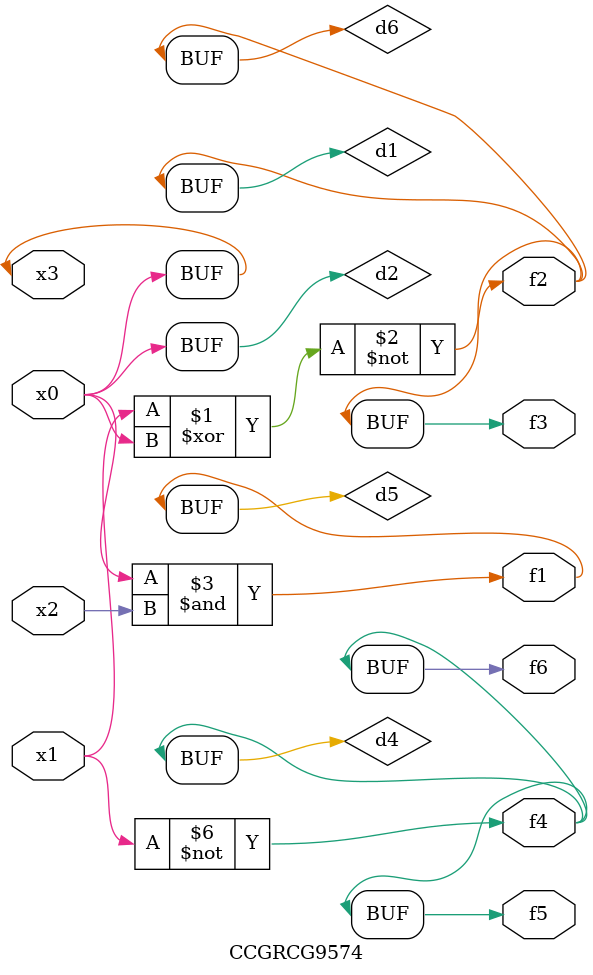
<source format=v>
module CCGRCG9574(
	input x0, x1, x2, x3,
	output f1, f2, f3, f4, f5, f6
);

	wire d1, d2, d3, d4, d5, d6;

	xnor (d1, x1, x3);
	buf (d2, x0, x3);
	nand (d3, x0, x2);
	not (d4, x1);
	nand (d5, d3);
	or (d6, d1);
	assign f1 = d5;
	assign f2 = d6;
	assign f3 = d6;
	assign f4 = d4;
	assign f5 = d4;
	assign f6 = d4;
endmodule

</source>
